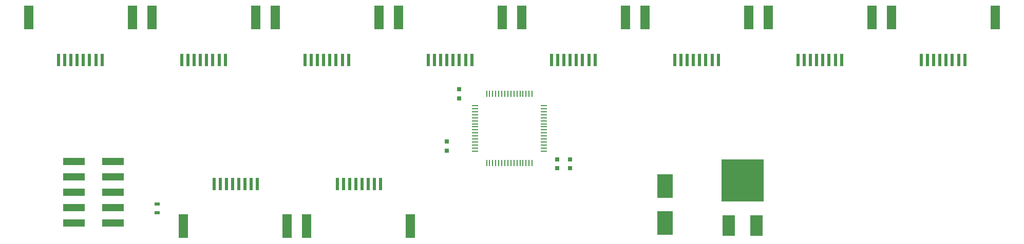
<source format=gtp>
%TF.GenerationSoftware,KiCad,Pcbnew,(5.0.1)-3*%
%TF.CreationDate,2018-12-23T12:05:20+11:00*%
%TF.ProjectId,1Wire-SoManySwitches,31576972652D536F4D616E7953776974,1.2*%
%TF.SameCoordinates,Original*%
%TF.FileFunction,Paste,Top*%
%TF.FilePolarity,Positive*%
%FSLAX46Y46*%
G04 Gerber Fmt 4.6, Leading zero omitted, Abs format (unit mm)*
G04 Created by KiCad (PCBNEW (5.0.1)-3) date 23/12/2018 12:05:20 PM*
%MOMM*%
%LPD*%
G01*
G04 APERTURE LIST*
%ADD10R,1.500000X4.000000*%
%ADD11R,0.600000X2.100000*%
%ADD12R,3.600000X1.270000*%
%ADD13R,1.000000X0.250000*%
%ADD14R,0.250000X1.000000*%
%ADD15R,2.500000X4.000000*%
%ADD16R,0.750000X0.800000*%
%ADD17R,0.900000X0.500000*%
%ADD18R,2.000000X3.500000*%
%ADD19R,7.000000X7.000000*%
G04 APERTURE END LIST*
D10*
%TO.C,J3*%
X69340000Y-62985000D03*
D11*
X57140000Y-69965000D03*
X58160000Y-69965000D03*
X59180000Y-69965000D03*
X60200000Y-69965000D03*
X61220000Y-69965000D03*
X62240000Y-69965000D03*
X63260000Y-69965000D03*
X64280000Y-69965000D03*
D10*
X52240000Y-62985000D03*
%TD*%
D12*
%TO.C,P1*%
X59665000Y-86741000D03*
X59665000Y-89281000D03*
X59665000Y-91821000D03*
X59665000Y-94361000D03*
X66065000Y-94361000D03*
X66065000Y-91821000D03*
X66065000Y-89281000D03*
X66065000Y-86741000D03*
X59665000Y-96901000D03*
X66065000Y-96901000D03*
%TD*%
D13*
%TO.C,U2*%
X125745000Y-77530000D03*
X125745000Y-78030000D03*
X125745000Y-78530000D03*
X125745000Y-79030000D03*
X125745000Y-79530000D03*
X125745000Y-80030000D03*
X125745000Y-80530000D03*
X125745000Y-81030000D03*
X125745000Y-81530000D03*
X125745000Y-82030000D03*
X125745000Y-82530000D03*
X125745000Y-83030000D03*
X125745000Y-83530000D03*
X125745000Y-84030000D03*
X125745000Y-84530000D03*
X125745000Y-85030000D03*
D14*
X127695000Y-86980000D03*
X128195000Y-86980000D03*
X128695000Y-86980000D03*
X129195000Y-86980000D03*
X129695000Y-86980000D03*
X130195000Y-86980000D03*
X130695000Y-86980000D03*
X131195000Y-86980000D03*
X131695000Y-86980000D03*
X132195000Y-86980000D03*
X132695000Y-86980000D03*
X133195000Y-86980000D03*
X133695000Y-86980000D03*
X134195000Y-86980000D03*
X134695000Y-86980000D03*
X135195000Y-86980000D03*
D13*
X137145000Y-85030000D03*
X137145000Y-84530000D03*
X137145000Y-84030000D03*
X137145000Y-83530000D03*
X137145000Y-83030000D03*
X137145000Y-82530000D03*
X137145000Y-82030000D03*
X137145000Y-81530000D03*
X137145000Y-81030000D03*
X137145000Y-80530000D03*
X137145000Y-80030000D03*
X137145000Y-79530000D03*
X137145000Y-79030000D03*
X137145000Y-78530000D03*
X137145000Y-78030000D03*
X137145000Y-77530000D03*
D14*
X135195000Y-75580000D03*
X134695000Y-75580000D03*
X134195000Y-75580000D03*
X133695000Y-75580000D03*
X133195000Y-75580000D03*
X132695000Y-75580000D03*
X132195000Y-75580000D03*
X131695000Y-75580000D03*
X131195000Y-75580000D03*
X130695000Y-75580000D03*
X130195000Y-75580000D03*
X129695000Y-75580000D03*
X129195000Y-75580000D03*
X128695000Y-75580000D03*
X128195000Y-75580000D03*
X127695000Y-75580000D03*
%TD*%
D10*
%TO.C,J2*%
X77726000Y-97416000D03*
D11*
X89926000Y-90436000D03*
X88906000Y-90436000D03*
X87886000Y-90436000D03*
X86866000Y-90436000D03*
X85846000Y-90436000D03*
X84826000Y-90436000D03*
X83806000Y-90436000D03*
X82786000Y-90436000D03*
D10*
X94826000Y-97416000D03*
%TD*%
D15*
%TO.C,C1*%
X157099000Y-96903000D03*
X157099000Y-90803000D03*
%TD*%
D16*
%TO.C,C2*%
X141478000Y-86372000D03*
X141478000Y-87872000D03*
%TD*%
%TO.C,C3*%
X123190000Y-76315000D03*
X123190000Y-74815000D03*
%TD*%
%TO.C,C4*%
X139319000Y-86372000D03*
X139319000Y-87872000D03*
%TD*%
%TO.C,C5*%
X121158000Y-84951000D03*
X121158000Y-83451000D03*
%TD*%
D10*
%TO.C,J1*%
X98046000Y-97416000D03*
D11*
X110246000Y-90436000D03*
X109226000Y-90436000D03*
X108206000Y-90436000D03*
X107186000Y-90436000D03*
X106166000Y-90436000D03*
X105146000Y-90436000D03*
X104126000Y-90436000D03*
X103106000Y-90436000D03*
D10*
X115146000Y-97416000D03*
%TD*%
%TO.C,J4*%
X89660000Y-62985000D03*
D11*
X77460000Y-69965000D03*
X78480000Y-69965000D03*
X79500000Y-69965000D03*
X80520000Y-69965000D03*
X81540000Y-69965000D03*
X82560000Y-69965000D03*
X83580000Y-69965000D03*
X84600000Y-69965000D03*
D10*
X72560000Y-62985000D03*
%TD*%
%TO.C,J5*%
X109980000Y-62985000D03*
D11*
X97780000Y-69965000D03*
X98800000Y-69965000D03*
X99820000Y-69965000D03*
X100840000Y-69965000D03*
X101860000Y-69965000D03*
X102880000Y-69965000D03*
X103900000Y-69965000D03*
X104920000Y-69965000D03*
D10*
X92880000Y-62985000D03*
%TD*%
%TO.C,J6*%
X130300000Y-62985000D03*
D11*
X118100000Y-69965000D03*
X119120000Y-69965000D03*
X120140000Y-69965000D03*
X121160000Y-69965000D03*
X122180000Y-69965000D03*
X123200000Y-69965000D03*
X124220000Y-69965000D03*
X125240000Y-69965000D03*
D10*
X113200000Y-62985000D03*
%TD*%
%TO.C,J7*%
X150620000Y-62985000D03*
D11*
X138420000Y-69965000D03*
X139440000Y-69965000D03*
X140460000Y-69965000D03*
X141480000Y-69965000D03*
X142500000Y-69965000D03*
X143520000Y-69965000D03*
X144540000Y-69965000D03*
X145560000Y-69965000D03*
D10*
X133520000Y-62985000D03*
%TD*%
%TO.C,J8*%
X170940000Y-62985000D03*
D11*
X158740000Y-69965000D03*
X159760000Y-69965000D03*
X160780000Y-69965000D03*
X161800000Y-69965000D03*
X162820000Y-69965000D03*
X163840000Y-69965000D03*
X164860000Y-69965000D03*
X165880000Y-69965000D03*
D10*
X153840000Y-62985000D03*
%TD*%
%TO.C,J9*%
X191260000Y-62985000D03*
D11*
X179060000Y-69965000D03*
X180080000Y-69965000D03*
X181100000Y-69965000D03*
X182120000Y-69965000D03*
X183140000Y-69965000D03*
X184160000Y-69965000D03*
X185180000Y-69965000D03*
X186200000Y-69965000D03*
D10*
X174160000Y-62985000D03*
%TD*%
%TO.C,J10*%
X211580000Y-62985000D03*
D11*
X199380000Y-69965000D03*
X200400000Y-69965000D03*
X201420000Y-69965000D03*
X202440000Y-69965000D03*
X203460000Y-69965000D03*
X204480000Y-69965000D03*
X205500000Y-69965000D03*
X206520000Y-69965000D03*
D10*
X194480000Y-62985000D03*
%TD*%
D17*
%TO.C,R1*%
X73406000Y-93750000D03*
X73406000Y-95250000D03*
%TD*%
D18*
%TO.C,U1*%
X167636000Y-97299000D03*
X172216000Y-97299000D03*
D19*
X169936000Y-89899000D03*
%TD*%
M02*

</source>
